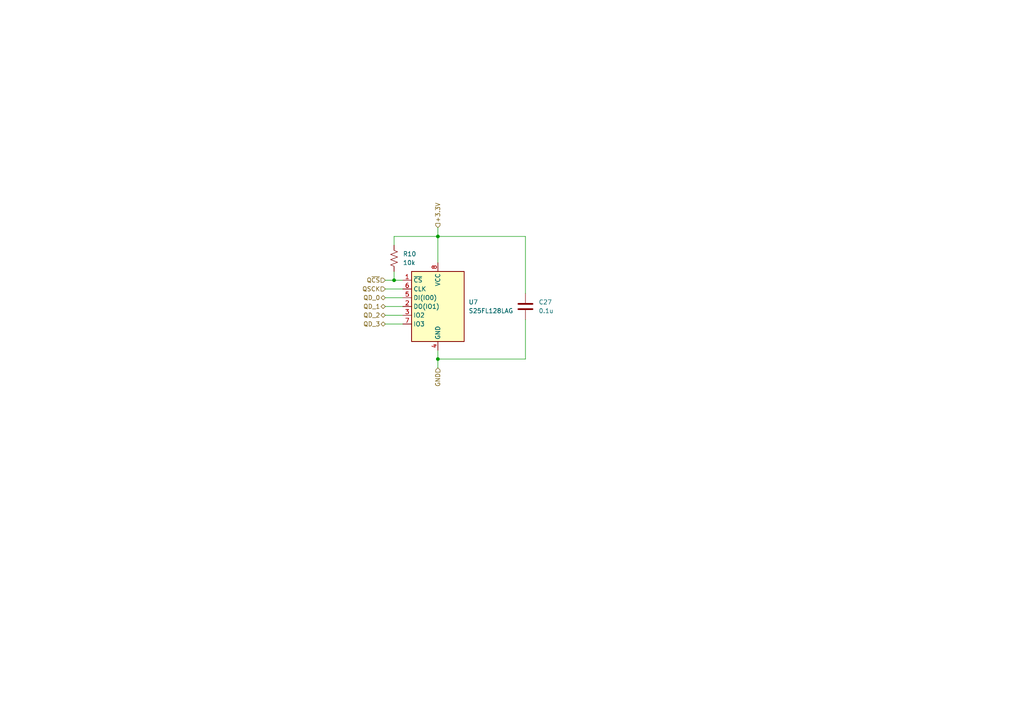
<source format=kicad_sch>
(kicad_sch (version 20230121) (generator eeschema)
  (paper "A4")
  (lib_symbols
    (symbol "Device:C" (pin_numbers hide) (pin_names (offset 0.254))
      (property "Reference" "C" (at 0.635 2.54 0))
      (property "Value" "C" (at 0.635 -2.54 0))
      (symbol "C_0_1"
        (polyline (pts (xy -2.032 -0.762) (xy 2.032 -0.762)) (stroke (width 0.508)))
        (polyline (pts (xy -2.032 0.762) (xy 2.032 0.762)) (stroke (width 0.508)))
      )
      (symbol "C_1_1"
        (pin passive line (at 0 3.81 270) (length 2.794) (name "~") (number "1"))
        (pin passive line (at 0 -3.81 90) (length 2.794) (name "~") (number "2"))
      )
    )
    (symbol "Device:R_US" (pin_numbers hide) (pin_names (offset 0))
      (property "Reference" "R" (at 2.54 0 90))
      (property "Value" "R_US" (at -2.54 0 90))
      (symbol "R_US_0_1"
        (polyline (pts (xy 0 -2.286) (xy 0 -2.54)))
        (polyline (pts (xy 0 2.286) (xy 0 2.54)))
        (polyline (pts (xy 0 -0.762) (xy 1.016 -1.143) (xy 0 -1.524) (xy -1.016 -1.905) (xy 0 -2.286)))
        (polyline (pts (xy 0 0.762) (xy 1.016 0.381) (xy 0 0) (xy -1.016 -0.381) (xy 0 -0.762)))
        (polyline (pts (xy 0 2.286) (xy 1.016 1.905) (xy 0 1.524) (xy -1.016 1.143) (xy 0 0.762)))
      )
      (symbol "R_US_1_1"
        (pin passive line (at 0 3.81 270) (length 1.27) (name "~") (number "1"))
        (pin passive line (at 0 -3.81 90) (length 1.27) (name "~") (number "2"))
      )
    )
    (symbol "erlib:S25FL128LAG"
      (property "Reference" "U" (at -8.89 12.7 0))
      (property "Value" "S25FL128LAG" (at 7.62 12.7 0))
      (symbol "S25FL128LAG_0_1"
        (rectangle (start -7.62 10.16) (end 7.62 -10.16) (stroke (width 0.254)) (fill (type background)))
      )
      (symbol "S25FL128LAG_1_1"
        (pin input line (at -10.16 7.62 0) (length 2.54) (name "~{CS}") (number "1"))
        (pin bidirectional line (at -10.16 0 0) (length 2.54) (name "DO(IO1)") (number "2"))
        (pin bidirectional line (at -10.16 -2.54 0) (length 2.54) (name "IO2") (number "3"))
        (pin power_in line (at 0 -12.7 90) (length 2.54) (name "GND") (number "4"))
        (pin bidirectional line (at -10.16 2.54 0) (length 2.54) (name "DI(IO0)") (number "5"))
        (pin input line (at -10.16 5.08 0) (length 2.54) (name "CLK") (number "6"))
        (pin bidirectional line (at -10.16 -5.08 0) (length 2.54) (name "IO3") (number "7"))
        (pin power_in line (at 0 12.7 270) (length 2.54) (name "VCC") (number "8"))
      )
    )
  )
  (junction (at 127 68.58))
  (junction (at 114.3 81.28))
  (junction (at 127 104.14))
  (wire (pts (xy 114.3 71.12) (xy 114.3 68.58)))
  (wire (pts (xy 111.76 88.9) (xy 116.84 88.9)))
  (wire (pts (xy 114.3 81.28) (xy 116.84 81.28)))
  (wire (pts (xy 114.3 81.28) (xy 114.3 78.74)))
  (wire (pts (xy 127 104.14) (xy 127 101.6)))
  (wire (pts (xy 111.76 91.44) (xy 116.84 91.44)))
  (wire (pts (xy 111.76 93.98) (xy 116.84 93.98)))
  (wire (pts (xy 127 68.58) (xy 127 76.2)))
  (wire (pts (xy 111.76 86.36) (xy 116.84 86.36)))
  (wire (pts (xy 127 104.14) (xy 127 106.68)))
  (wire (pts (xy 152.4 104.14) (xy 127 104.14)))
  (wire (pts (xy 127 66.04) (xy 127 68.58)))
  (wire (pts (xy 152.4 85.09) (xy 152.4 68.58)))
  (wire (pts (xy 152.4 92.71) (xy 152.4 104.14)))
  (wire (pts (xy 111.76 83.82) (xy 116.84 83.82)))
  (wire (pts (xy 152.4 68.58) (xy 127 68.58)))
  (wire (pts (xy 114.3 68.58) (xy 127 68.58)))
  (wire (pts (xy 111.76 81.28) (xy 114.3 81.28)))
  (hierarchical_label "+3.3V" (shape input) (at 127 66.04 90))
  (hierarchical_label "QD_0" (shape bidirectional) (at 111.76 86.36 180))
  (hierarchical_label "GND" (shape input) (at 127 106.68 270))
  (hierarchical_label "QD_1" (shape bidirectional) (at 111.76 88.9 180))
  (hierarchical_label "Q~{CS}" (shape input) (at 111.76 81.28 180))
  (hierarchical_label "QD_2" (shape bidirectional) (at 111.76 91.44 180))
  (hierarchical_label "QSCK" (shape input) (at 111.76 83.82 180))
  (hierarchical_label "QD_3" (shape bidirectional) (at 111.76 93.98 180))
  (symbol (lib_id "Device:C") (at 152.4 88.9 0) (unit 1)
    (property "Reference" "C27" (at 156.21 87.63 0) (effects (justify left)))
    (property "Value" "0.1u" (at 156.21 90.17 0) (effects (justify left)))
    (property "Footprint" "Capacitor_SMD:C_0603_1608Metric" (effects hide))
    (instances (project "av2324" (path "" (reference "C27") (unit 1)) (path "" (reference "C34") (unit 1))))
  )
  (symbol (lib_id "Device:R_US") (at 114.3 74.93 0) (unit 1)
    (property "Reference" "R10" (at 116.84 73.66 0) (effects (justify left)))
    (property "Value" "10k" (at 116.84 76.2 0) (effects (justify left)))
    (property "Footprint" "Resistor_SMD:R_0603_1608Metric" (effects hide))
    (instances (project "av2324" (path "" (reference "R10") (unit 1)) (path "" (reference "R17") (unit 1))))
  )
  (symbol (lib_id "erlib:S25FL128LAG") (at 127 88.9 0) (unit 1)
    (property "Reference" "U7" (at 135.89 87.63 0) (effects (justify left)))
    (property "Value" "S25FL128LAG" (at 135.89 90.17 0) (effects (justify left)))
    (property "Footprint" "Package_SON:WSON-8-1EP_6x5mm_P1.27mm_EP3.4x4mm" (effects hide))
    (property "Datasheet" "https://www.infineon.com/dgdl/Infineon-S25FL256L_S25FL128L_256-MB_(32-MB)_128-MB_(16-MB)_3.0_V_FL-L_FLASH_MEMORY-DataSheet-v09_00-EN.pdf?fileId=8ac78c8c7d0d8da4017d0ed40e335224" (effects hide))
  )
)
</source>
